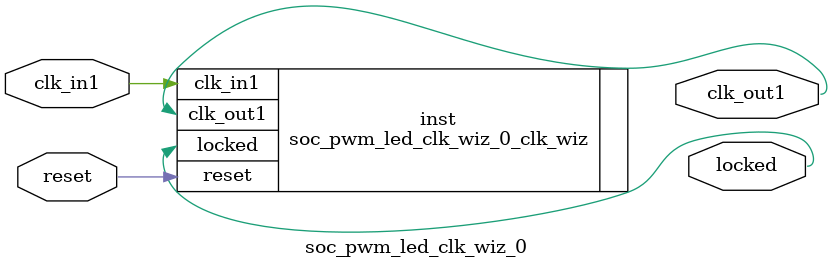
<source format=v>


`timescale 1ps/1ps

(* CORE_GENERATION_INFO = "soc_pwm_led_clk_wiz_0,clk_wiz_v6_0_15_0_0,{component_name=soc_pwm_led_clk_wiz_0,use_phase_alignment=true,use_min_o_jitter=false,use_max_i_jitter=false,use_dyn_phase_shift=false,use_inclk_switchover=false,use_dyn_reconfig=false,enable_axi=0,feedback_source=FDBK_AUTO,PRIMITIVE=MMCM,num_out_clk=1,clkin1_period=10.000,clkin2_period=10.000,use_power_down=false,use_reset=true,use_locked=true,use_inclk_stopped=false,feedback_type=SINGLE,CLOCK_MGR_TYPE=NA,manual_override=false}" *)

module soc_pwm_led_clk_wiz_0 
 (
  // Clock out ports
  output        clk_out1,
  // Status and control signals
  input         reset,
  output        locked,
 // Clock in ports
  input         clk_in1
 );

  soc_pwm_led_clk_wiz_0_clk_wiz inst
  (
  // Clock out ports  
  .clk_out1(clk_out1),
  // Status and control signals               
  .reset(reset), 
  .locked(locked),
 // Clock in ports
  .clk_in1(clk_in1)
  );

endmodule

</source>
